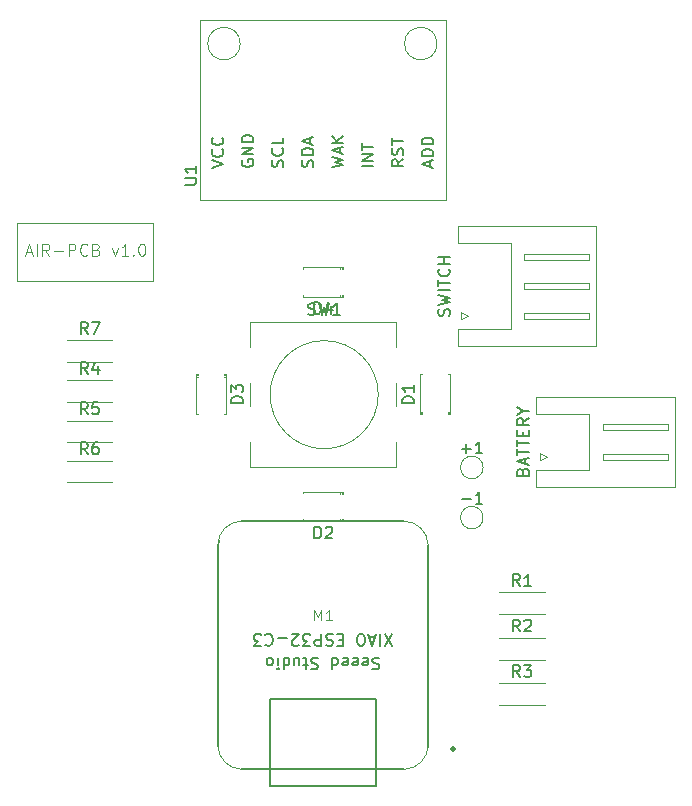
<source format=gbr>
%TF.GenerationSoftware,KiCad,Pcbnew,8.0.3-8.0.3-0~ubuntu22.04.1*%
%TF.CreationDate,2024-06-11T22:30:15+02:00*%
%TF.ProjectId,Air_PCB,4169725f-5043-4422-9e6b-696361645f70,rev?*%
%TF.SameCoordinates,Original*%
%TF.FileFunction,Legend,Top*%
%TF.FilePolarity,Positive*%
%FSLAX46Y46*%
G04 Gerber Fmt 4.6, Leading zero omitted, Abs format (unit mm)*
G04 Created by KiCad (PCBNEW 8.0.3-8.0.3-0~ubuntu22.04.1) date 2024-06-11 22:30:15*
%MOMM*%
%LPD*%
G01*
G04 APERTURE LIST*
%ADD10C,0.100000*%
%ADD11C,0.150000*%
%ADD12C,0.101600*%
%ADD13C,0.120000*%
%ADD14C,0.025400*%
%ADD15C,0.254000*%
%ADD16C,0.127000*%
G04 APERTURE END LIST*
D10*
X114856265Y-107986704D02*
X115332455Y-107986704D01*
X114761027Y-108272419D02*
X115094360Y-107272419D01*
X115094360Y-107272419D02*
X115427693Y-108272419D01*
X115761027Y-108272419D02*
X115761027Y-107272419D01*
X116808645Y-108272419D02*
X116475312Y-107796228D01*
X116237217Y-108272419D02*
X116237217Y-107272419D01*
X116237217Y-107272419D02*
X116618169Y-107272419D01*
X116618169Y-107272419D02*
X116713407Y-107320038D01*
X116713407Y-107320038D02*
X116761026Y-107367657D01*
X116761026Y-107367657D02*
X116808645Y-107462895D01*
X116808645Y-107462895D02*
X116808645Y-107605752D01*
X116808645Y-107605752D02*
X116761026Y-107700990D01*
X116761026Y-107700990D02*
X116713407Y-107748609D01*
X116713407Y-107748609D02*
X116618169Y-107796228D01*
X116618169Y-107796228D02*
X116237217Y-107796228D01*
X117237217Y-107891466D02*
X117999122Y-107891466D01*
X118475312Y-108272419D02*
X118475312Y-107272419D01*
X118475312Y-107272419D02*
X118856264Y-107272419D01*
X118856264Y-107272419D02*
X118951502Y-107320038D01*
X118951502Y-107320038D02*
X118999121Y-107367657D01*
X118999121Y-107367657D02*
X119046740Y-107462895D01*
X119046740Y-107462895D02*
X119046740Y-107605752D01*
X119046740Y-107605752D02*
X118999121Y-107700990D01*
X118999121Y-107700990D02*
X118951502Y-107748609D01*
X118951502Y-107748609D02*
X118856264Y-107796228D01*
X118856264Y-107796228D02*
X118475312Y-107796228D01*
X120046740Y-108177180D02*
X119999121Y-108224800D01*
X119999121Y-108224800D02*
X119856264Y-108272419D01*
X119856264Y-108272419D02*
X119761026Y-108272419D01*
X119761026Y-108272419D02*
X119618169Y-108224800D01*
X119618169Y-108224800D02*
X119522931Y-108129561D01*
X119522931Y-108129561D02*
X119475312Y-108034323D01*
X119475312Y-108034323D02*
X119427693Y-107843847D01*
X119427693Y-107843847D02*
X119427693Y-107700990D01*
X119427693Y-107700990D02*
X119475312Y-107510514D01*
X119475312Y-107510514D02*
X119522931Y-107415276D01*
X119522931Y-107415276D02*
X119618169Y-107320038D01*
X119618169Y-107320038D02*
X119761026Y-107272419D01*
X119761026Y-107272419D02*
X119856264Y-107272419D01*
X119856264Y-107272419D02*
X119999121Y-107320038D01*
X119999121Y-107320038D02*
X120046740Y-107367657D01*
X120808645Y-107748609D02*
X120951502Y-107796228D01*
X120951502Y-107796228D02*
X120999121Y-107843847D01*
X120999121Y-107843847D02*
X121046740Y-107939085D01*
X121046740Y-107939085D02*
X121046740Y-108081942D01*
X121046740Y-108081942D02*
X120999121Y-108177180D01*
X120999121Y-108177180D02*
X120951502Y-108224800D01*
X120951502Y-108224800D02*
X120856264Y-108272419D01*
X120856264Y-108272419D02*
X120475312Y-108272419D01*
X120475312Y-108272419D02*
X120475312Y-107272419D01*
X120475312Y-107272419D02*
X120808645Y-107272419D01*
X120808645Y-107272419D02*
X120903883Y-107320038D01*
X120903883Y-107320038D02*
X120951502Y-107367657D01*
X120951502Y-107367657D02*
X120999121Y-107462895D01*
X120999121Y-107462895D02*
X120999121Y-107558133D01*
X120999121Y-107558133D02*
X120951502Y-107653371D01*
X120951502Y-107653371D02*
X120903883Y-107700990D01*
X120903883Y-107700990D02*
X120808645Y-107748609D01*
X120808645Y-107748609D02*
X120475312Y-107748609D01*
X122141979Y-107605752D02*
X122380074Y-108272419D01*
X122380074Y-108272419D02*
X122618169Y-107605752D01*
X123522931Y-108272419D02*
X122951503Y-108272419D01*
X123237217Y-108272419D02*
X123237217Y-107272419D01*
X123237217Y-107272419D02*
X123141979Y-107415276D01*
X123141979Y-107415276D02*
X123046741Y-107510514D01*
X123046741Y-107510514D02*
X122951503Y-107558133D01*
X123951503Y-108177180D02*
X123999122Y-108224800D01*
X123999122Y-108224800D02*
X123951503Y-108272419D01*
X123951503Y-108272419D02*
X123903884Y-108224800D01*
X123903884Y-108224800D02*
X123951503Y-108177180D01*
X123951503Y-108177180D02*
X123951503Y-108272419D01*
X124618169Y-107272419D02*
X124713407Y-107272419D01*
X124713407Y-107272419D02*
X124808645Y-107320038D01*
X124808645Y-107320038D02*
X124856264Y-107367657D01*
X124856264Y-107367657D02*
X124903883Y-107462895D01*
X124903883Y-107462895D02*
X124951502Y-107653371D01*
X124951502Y-107653371D02*
X124951502Y-107891466D01*
X124951502Y-107891466D02*
X124903883Y-108081942D01*
X124903883Y-108081942D02*
X124856264Y-108177180D01*
X124856264Y-108177180D02*
X124808645Y-108224800D01*
X124808645Y-108224800D02*
X124713407Y-108272419D01*
X124713407Y-108272419D02*
X124618169Y-108272419D01*
X124618169Y-108272419D02*
X124522931Y-108224800D01*
X124522931Y-108224800D02*
X124475312Y-108177180D01*
X124475312Y-108177180D02*
X124427693Y-108081942D01*
X124427693Y-108081942D02*
X124380074Y-107891466D01*
X124380074Y-107891466D02*
X124380074Y-107653371D01*
X124380074Y-107653371D02*
X124427693Y-107462895D01*
X124427693Y-107462895D02*
X124475312Y-107367657D01*
X124475312Y-107367657D02*
X124522931Y-107320038D01*
X124522931Y-107320038D02*
X124618169Y-107272419D01*
X114100000Y-105500000D02*
X125600000Y-105500000D01*
X125600000Y-110400000D01*
X114100000Y-110400000D01*
X114100000Y-105500000D01*
D11*
X138766667Y-113247200D02*
X138909524Y-113294819D01*
X138909524Y-113294819D02*
X139147619Y-113294819D01*
X139147619Y-113294819D02*
X139242857Y-113247200D01*
X139242857Y-113247200D02*
X139290476Y-113199580D01*
X139290476Y-113199580D02*
X139338095Y-113104342D01*
X139338095Y-113104342D02*
X139338095Y-113009104D01*
X139338095Y-113009104D02*
X139290476Y-112913866D01*
X139290476Y-112913866D02*
X139242857Y-112866247D01*
X139242857Y-112866247D02*
X139147619Y-112818628D01*
X139147619Y-112818628D02*
X138957143Y-112771009D01*
X138957143Y-112771009D02*
X138861905Y-112723390D01*
X138861905Y-112723390D02*
X138814286Y-112675771D01*
X138814286Y-112675771D02*
X138766667Y-112580533D01*
X138766667Y-112580533D02*
X138766667Y-112485295D01*
X138766667Y-112485295D02*
X138814286Y-112390057D01*
X138814286Y-112390057D02*
X138861905Y-112342438D01*
X138861905Y-112342438D02*
X138957143Y-112294819D01*
X138957143Y-112294819D02*
X139195238Y-112294819D01*
X139195238Y-112294819D02*
X139338095Y-112342438D01*
X139671429Y-112294819D02*
X139909524Y-113294819D01*
X139909524Y-113294819D02*
X140100000Y-112580533D01*
X140100000Y-112580533D02*
X140290476Y-113294819D01*
X140290476Y-113294819D02*
X140528572Y-112294819D01*
X141433333Y-113294819D02*
X140861905Y-113294819D01*
X141147619Y-113294819D02*
X141147619Y-112294819D01*
X141147619Y-112294819D02*
X141052381Y-112437676D01*
X141052381Y-112437676D02*
X140957143Y-112532914D01*
X140957143Y-112532914D02*
X140861905Y-112580533D01*
X120083333Y-125084819D02*
X119750000Y-124608628D01*
X119511905Y-125084819D02*
X119511905Y-124084819D01*
X119511905Y-124084819D02*
X119892857Y-124084819D01*
X119892857Y-124084819D02*
X119988095Y-124132438D01*
X119988095Y-124132438D02*
X120035714Y-124180057D01*
X120035714Y-124180057D02*
X120083333Y-124275295D01*
X120083333Y-124275295D02*
X120083333Y-124418152D01*
X120083333Y-124418152D02*
X120035714Y-124513390D01*
X120035714Y-124513390D02*
X119988095Y-124561009D01*
X119988095Y-124561009D02*
X119892857Y-124608628D01*
X119892857Y-124608628D02*
X119511905Y-124608628D01*
X120940476Y-124084819D02*
X120750000Y-124084819D01*
X120750000Y-124084819D02*
X120654762Y-124132438D01*
X120654762Y-124132438D02*
X120607143Y-124180057D01*
X120607143Y-124180057D02*
X120511905Y-124322914D01*
X120511905Y-124322914D02*
X120464286Y-124513390D01*
X120464286Y-124513390D02*
X120464286Y-124894342D01*
X120464286Y-124894342D02*
X120511905Y-124989580D01*
X120511905Y-124989580D02*
X120559524Y-125037200D01*
X120559524Y-125037200D02*
X120654762Y-125084819D01*
X120654762Y-125084819D02*
X120845238Y-125084819D01*
X120845238Y-125084819D02*
X120940476Y-125037200D01*
X120940476Y-125037200D02*
X120988095Y-124989580D01*
X120988095Y-124989580D02*
X121035714Y-124894342D01*
X121035714Y-124894342D02*
X121035714Y-124656247D01*
X121035714Y-124656247D02*
X120988095Y-124561009D01*
X120988095Y-124561009D02*
X120940476Y-124513390D01*
X120940476Y-124513390D02*
X120845238Y-124465771D01*
X120845238Y-124465771D02*
X120654762Y-124465771D01*
X120654762Y-124465771D02*
X120559524Y-124513390D01*
X120559524Y-124513390D02*
X120511905Y-124561009D01*
X120511905Y-124561009D02*
X120464286Y-124656247D01*
X120083333Y-121684819D02*
X119750000Y-121208628D01*
X119511905Y-121684819D02*
X119511905Y-120684819D01*
X119511905Y-120684819D02*
X119892857Y-120684819D01*
X119892857Y-120684819D02*
X119988095Y-120732438D01*
X119988095Y-120732438D02*
X120035714Y-120780057D01*
X120035714Y-120780057D02*
X120083333Y-120875295D01*
X120083333Y-120875295D02*
X120083333Y-121018152D01*
X120083333Y-121018152D02*
X120035714Y-121113390D01*
X120035714Y-121113390D02*
X119988095Y-121161009D01*
X119988095Y-121161009D02*
X119892857Y-121208628D01*
X119892857Y-121208628D02*
X119511905Y-121208628D01*
X120988095Y-120684819D02*
X120511905Y-120684819D01*
X120511905Y-120684819D02*
X120464286Y-121161009D01*
X120464286Y-121161009D02*
X120511905Y-121113390D01*
X120511905Y-121113390D02*
X120607143Y-121065771D01*
X120607143Y-121065771D02*
X120845238Y-121065771D01*
X120845238Y-121065771D02*
X120940476Y-121113390D01*
X120940476Y-121113390D02*
X120988095Y-121161009D01*
X120988095Y-121161009D02*
X121035714Y-121256247D01*
X121035714Y-121256247D02*
X121035714Y-121494342D01*
X121035714Y-121494342D02*
X120988095Y-121589580D01*
X120988095Y-121589580D02*
X120940476Y-121637200D01*
X120940476Y-121637200D02*
X120845238Y-121684819D01*
X120845238Y-121684819D02*
X120607143Y-121684819D01*
X120607143Y-121684819D02*
X120511905Y-121637200D01*
X120511905Y-121637200D02*
X120464286Y-121589580D01*
X151742857Y-128875866D02*
X152504762Y-128875866D01*
X153504761Y-129256819D02*
X152933333Y-129256819D01*
X153219047Y-129256819D02*
X153219047Y-128256819D01*
X153219047Y-128256819D02*
X153123809Y-128399676D01*
X153123809Y-128399676D02*
X153028571Y-128494914D01*
X153028571Y-128494914D02*
X152933333Y-128542533D01*
X150707200Y-113349999D02*
X150754819Y-113207142D01*
X150754819Y-113207142D02*
X150754819Y-112969047D01*
X150754819Y-112969047D02*
X150707200Y-112873809D01*
X150707200Y-112873809D02*
X150659580Y-112826190D01*
X150659580Y-112826190D02*
X150564342Y-112778571D01*
X150564342Y-112778571D02*
X150469104Y-112778571D01*
X150469104Y-112778571D02*
X150373866Y-112826190D01*
X150373866Y-112826190D02*
X150326247Y-112873809D01*
X150326247Y-112873809D02*
X150278628Y-112969047D01*
X150278628Y-112969047D02*
X150231009Y-113159523D01*
X150231009Y-113159523D02*
X150183390Y-113254761D01*
X150183390Y-113254761D02*
X150135771Y-113302380D01*
X150135771Y-113302380D02*
X150040533Y-113349999D01*
X150040533Y-113349999D02*
X149945295Y-113349999D01*
X149945295Y-113349999D02*
X149850057Y-113302380D01*
X149850057Y-113302380D02*
X149802438Y-113254761D01*
X149802438Y-113254761D02*
X149754819Y-113159523D01*
X149754819Y-113159523D02*
X149754819Y-112921428D01*
X149754819Y-112921428D02*
X149802438Y-112778571D01*
X149754819Y-112445237D02*
X150754819Y-112207142D01*
X150754819Y-112207142D02*
X150040533Y-112016666D01*
X150040533Y-112016666D02*
X150754819Y-111826190D01*
X150754819Y-111826190D02*
X149754819Y-111588095D01*
X150754819Y-111207142D02*
X149754819Y-111207142D01*
X149754819Y-110873809D02*
X149754819Y-110302381D01*
X150754819Y-110588095D02*
X149754819Y-110588095D01*
X150659580Y-109397619D02*
X150707200Y-109445238D01*
X150707200Y-109445238D02*
X150754819Y-109588095D01*
X150754819Y-109588095D02*
X150754819Y-109683333D01*
X150754819Y-109683333D02*
X150707200Y-109826190D01*
X150707200Y-109826190D02*
X150611961Y-109921428D01*
X150611961Y-109921428D02*
X150516723Y-109969047D01*
X150516723Y-109969047D02*
X150326247Y-110016666D01*
X150326247Y-110016666D02*
X150183390Y-110016666D01*
X150183390Y-110016666D02*
X149992914Y-109969047D01*
X149992914Y-109969047D02*
X149897676Y-109921428D01*
X149897676Y-109921428D02*
X149802438Y-109826190D01*
X149802438Y-109826190D02*
X149754819Y-109683333D01*
X149754819Y-109683333D02*
X149754819Y-109588095D01*
X149754819Y-109588095D02*
X149802438Y-109445238D01*
X149802438Y-109445238D02*
X149850057Y-109397619D01*
X150754819Y-108969047D02*
X149754819Y-108969047D01*
X150231009Y-108969047D02*
X150231009Y-108397619D01*
X150754819Y-108397619D02*
X149754819Y-108397619D01*
X120083333Y-114884819D02*
X119750000Y-114408628D01*
X119511905Y-114884819D02*
X119511905Y-113884819D01*
X119511905Y-113884819D02*
X119892857Y-113884819D01*
X119892857Y-113884819D02*
X119988095Y-113932438D01*
X119988095Y-113932438D02*
X120035714Y-113980057D01*
X120035714Y-113980057D02*
X120083333Y-114075295D01*
X120083333Y-114075295D02*
X120083333Y-114218152D01*
X120083333Y-114218152D02*
X120035714Y-114313390D01*
X120035714Y-114313390D02*
X119988095Y-114361009D01*
X119988095Y-114361009D02*
X119892857Y-114408628D01*
X119892857Y-114408628D02*
X119511905Y-114408628D01*
X120416667Y-113884819D02*
X121083333Y-113884819D01*
X121083333Y-113884819D02*
X120654762Y-114884819D01*
X120083333Y-118284819D02*
X119750000Y-117808628D01*
X119511905Y-118284819D02*
X119511905Y-117284819D01*
X119511905Y-117284819D02*
X119892857Y-117284819D01*
X119892857Y-117284819D02*
X119988095Y-117332438D01*
X119988095Y-117332438D02*
X120035714Y-117380057D01*
X120035714Y-117380057D02*
X120083333Y-117475295D01*
X120083333Y-117475295D02*
X120083333Y-117618152D01*
X120083333Y-117618152D02*
X120035714Y-117713390D01*
X120035714Y-117713390D02*
X119988095Y-117761009D01*
X119988095Y-117761009D02*
X119892857Y-117808628D01*
X119892857Y-117808628D02*
X119511905Y-117808628D01*
X120940476Y-117618152D02*
X120940476Y-118284819D01*
X120702381Y-117237200D02*
X120464286Y-117951485D01*
X120464286Y-117951485D02*
X121083333Y-117951485D01*
X133214819Y-120733094D02*
X132214819Y-120733094D01*
X132214819Y-120733094D02*
X132214819Y-120494999D01*
X132214819Y-120494999D02*
X132262438Y-120352142D01*
X132262438Y-120352142D02*
X132357676Y-120256904D01*
X132357676Y-120256904D02*
X132452914Y-120209285D01*
X132452914Y-120209285D02*
X132643390Y-120161666D01*
X132643390Y-120161666D02*
X132786247Y-120161666D01*
X132786247Y-120161666D02*
X132976723Y-120209285D01*
X132976723Y-120209285D02*
X133071961Y-120256904D01*
X133071961Y-120256904D02*
X133167200Y-120352142D01*
X133167200Y-120352142D02*
X133214819Y-120494999D01*
X133214819Y-120494999D02*
X133214819Y-120733094D01*
X132214819Y-119828332D02*
X132214819Y-119209285D01*
X132214819Y-119209285D02*
X132595771Y-119542618D01*
X132595771Y-119542618D02*
X132595771Y-119399761D01*
X132595771Y-119399761D02*
X132643390Y-119304523D01*
X132643390Y-119304523D02*
X132691009Y-119256904D01*
X132691009Y-119256904D02*
X132786247Y-119209285D01*
X132786247Y-119209285D02*
X133024342Y-119209285D01*
X133024342Y-119209285D02*
X133119580Y-119256904D01*
X133119580Y-119256904D02*
X133167200Y-119304523D01*
X133167200Y-119304523D02*
X133214819Y-119399761D01*
X133214819Y-119399761D02*
X133214819Y-119685475D01*
X133214819Y-119685475D02*
X133167200Y-119780713D01*
X133167200Y-119780713D02*
X133119580Y-119828332D01*
X156673333Y-136234819D02*
X156340000Y-135758628D01*
X156101905Y-136234819D02*
X156101905Y-135234819D01*
X156101905Y-135234819D02*
X156482857Y-135234819D01*
X156482857Y-135234819D02*
X156578095Y-135282438D01*
X156578095Y-135282438D02*
X156625714Y-135330057D01*
X156625714Y-135330057D02*
X156673333Y-135425295D01*
X156673333Y-135425295D02*
X156673333Y-135568152D01*
X156673333Y-135568152D02*
X156625714Y-135663390D01*
X156625714Y-135663390D02*
X156578095Y-135711009D01*
X156578095Y-135711009D02*
X156482857Y-135758628D01*
X156482857Y-135758628D02*
X156101905Y-135758628D01*
X157625714Y-136234819D02*
X157054286Y-136234819D01*
X157340000Y-136234819D02*
X157340000Y-135234819D01*
X157340000Y-135234819D02*
X157244762Y-135377676D01*
X157244762Y-135377676D02*
X157149524Y-135472914D01*
X157149524Y-135472914D02*
X157054286Y-135520533D01*
X156673333Y-140084819D02*
X156340000Y-139608628D01*
X156101905Y-140084819D02*
X156101905Y-139084819D01*
X156101905Y-139084819D02*
X156482857Y-139084819D01*
X156482857Y-139084819D02*
X156578095Y-139132438D01*
X156578095Y-139132438D02*
X156625714Y-139180057D01*
X156625714Y-139180057D02*
X156673333Y-139275295D01*
X156673333Y-139275295D02*
X156673333Y-139418152D01*
X156673333Y-139418152D02*
X156625714Y-139513390D01*
X156625714Y-139513390D02*
X156578095Y-139561009D01*
X156578095Y-139561009D02*
X156482857Y-139608628D01*
X156482857Y-139608628D02*
X156101905Y-139608628D01*
X157054286Y-139180057D02*
X157101905Y-139132438D01*
X157101905Y-139132438D02*
X157197143Y-139084819D01*
X157197143Y-139084819D02*
X157435238Y-139084819D01*
X157435238Y-139084819D02*
X157530476Y-139132438D01*
X157530476Y-139132438D02*
X157578095Y-139180057D01*
X157578095Y-139180057D02*
X157625714Y-139275295D01*
X157625714Y-139275295D02*
X157625714Y-139370533D01*
X157625714Y-139370533D02*
X157578095Y-139513390D01*
X157578095Y-139513390D02*
X157006667Y-140084819D01*
X157006667Y-140084819D02*
X157625714Y-140084819D01*
X128278819Y-102249904D02*
X129088342Y-102249904D01*
X129088342Y-102249904D02*
X129183580Y-102202285D01*
X129183580Y-102202285D02*
X129231200Y-102154666D01*
X129231200Y-102154666D02*
X129278819Y-102059428D01*
X129278819Y-102059428D02*
X129278819Y-101868952D01*
X129278819Y-101868952D02*
X129231200Y-101773714D01*
X129231200Y-101773714D02*
X129183580Y-101726095D01*
X129183580Y-101726095D02*
X129088342Y-101678476D01*
X129088342Y-101678476D02*
X128278819Y-101678476D01*
X129278819Y-100678476D02*
X129278819Y-101249904D01*
X129278819Y-100964190D02*
X128278819Y-100964190D01*
X128278819Y-100964190D02*
X128421676Y-101059428D01*
X128421676Y-101059428D02*
X128516914Y-101154666D01*
X128516914Y-101154666D02*
X128564533Y-101249904D01*
X130564819Y-100836951D02*
X131564819Y-100503618D01*
X131564819Y-100503618D02*
X130564819Y-100170285D01*
X131469580Y-99265523D02*
X131517200Y-99313142D01*
X131517200Y-99313142D02*
X131564819Y-99455999D01*
X131564819Y-99455999D02*
X131564819Y-99551237D01*
X131564819Y-99551237D02*
X131517200Y-99694094D01*
X131517200Y-99694094D02*
X131421961Y-99789332D01*
X131421961Y-99789332D02*
X131326723Y-99836951D01*
X131326723Y-99836951D02*
X131136247Y-99884570D01*
X131136247Y-99884570D02*
X130993390Y-99884570D01*
X130993390Y-99884570D02*
X130802914Y-99836951D01*
X130802914Y-99836951D02*
X130707676Y-99789332D01*
X130707676Y-99789332D02*
X130612438Y-99694094D01*
X130612438Y-99694094D02*
X130564819Y-99551237D01*
X130564819Y-99551237D02*
X130564819Y-99455999D01*
X130564819Y-99455999D02*
X130612438Y-99313142D01*
X130612438Y-99313142D02*
X130660057Y-99265523D01*
X131469580Y-98265523D02*
X131517200Y-98313142D01*
X131517200Y-98313142D02*
X131564819Y-98455999D01*
X131564819Y-98455999D02*
X131564819Y-98551237D01*
X131564819Y-98551237D02*
X131517200Y-98694094D01*
X131517200Y-98694094D02*
X131421961Y-98789332D01*
X131421961Y-98789332D02*
X131326723Y-98836951D01*
X131326723Y-98836951D02*
X131136247Y-98884570D01*
X131136247Y-98884570D02*
X130993390Y-98884570D01*
X130993390Y-98884570D02*
X130802914Y-98836951D01*
X130802914Y-98836951D02*
X130707676Y-98789332D01*
X130707676Y-98789332D02*
X130612438Y-98694094D01*
X130612438Y-98694094D02*
X130564819Y-98551237D01*
X130564819Y-98551237D02*
X130564819Y-98455999D01*
X130564819Y-98455999D02*
X130612438Y-98313142D01*
X130612438Y-98313142D02*
X130660057Y-98265523D01*
X139137200Y-100741713D02*
X139184819Y-100598856D01*
X139184819Y-100598856D02*
X139184819Y-100360761D01*
X139184819Y-100360761D02*
X139137200Y-100265523D01*
X139137200Y-100265523D02*
X139089580Y-100217904D01*
X139089580Y-100217904D02*
X138994342Y-100170285D01*
X138994342Y-100170285D02*
X138899104Y-100170285D01*
X138899104Y-100170285D02*
X138803866Y-100217904D01*
X138803866Y-100217904D02*
X138756247Y-100265523D01*
X138756247Y-100265523D02*
X138708628Y-100360761D01*
X138708628Y-100360761D02*
X138661009Y-100551237D01*
X138661009Y-100551237D02*
X138613390Y-100646475D01*
X138613390Y-100646475D02*
X138565771Y-100694094D01*
X138565771Y-100694094D02*
X138470533Y-100741713D01*
X138470533Y-100741713D02*
X138375295Y-100741713D01*
X138375295Y-100741713D02*
X138280057Y-100694094D01*
X138280057Y-100694094D02*
X138232438Y-100646475D01*
X138232438Y-100646475D02*
X138184819Y-100551237D01*
X138184819Y-100551237D02*
X138184819Y-100313142D01*
X138184819Y-100313142D02*
X138232438Y-100170285D01*
X139184819Y-99741713D02*
X138184819Y-99741713D01*
X138184819Y-99741713D02*
X138184819Y-99503618D01*
X138184819Y-99503618D02*
X138232438Y-99360761D01*
X138232438Y-99360761D02*
X138327676Y-99265523D01*
X138327676Y-99265523D02*
X138422914Y-99217904D01*
X138422914Y-99217904D02*
X138613390Y-99170285D01*
X138613390Y-99170285D02*
X138756247Y-99170285D01*
X138756247Y-99170285D02*
X138946723Y-99217904D01*
X138946723Y-99217904D02*
X139041961Y-99265523D01*
X139041961Y-99265523D02*
X139137200Y-99360761D01*
X139137200Y-99360761D02*
X139184819Y-99503618D01*
X139184819Y-99503618D02*
X139184819Y-99741713D01*
X138899104Y-98789332D02*
X138899104Y-98313142D01*
X139184819Y-98884570D02*
X138184819Y-98551237D01*
X138184819Y-98551237D02*
X139184819Y-98217904D01*
X146804819Y-100122666D02*
X146328628Y-100455999D01*
X146804819Y-100694094D02*
X145804819Y-100694094D01*
X145804819Y-100694094D02*
X145804819Y-100313142D01*
X145804819Y-100313142D02*
X145852438Y-100217904D01*
X145852438Y-100217904D02*
X145900057Y-100170285D01*
X145900057Y-100170285D02*
X145995295Y-100122666D01*
X145995295Y-100122666D02*
X146138152Y-100122666D01*
X146138152Y-100122666D02*
X146233390Y-100170285D01*
X146233390Y-100170285D02*
X146281009Y-100217904D01*
X146281009Y-100217904D02*
X146328628Y-100313142D01*
X146328628Y-100313142D02*
X146328628Y-100694094D01*
X146757200Y-99741713D02*
X146804819Y-99598856D01*
X146804819Y-99598856D02*
X146804819Y-99360761D01*
X146804819Y-99360761D02*
X146757200Y-99265523D01*
X146757200Y-99265523D02*
X146709580Y-99217904D01*
X146709580Y-99217904D02*
X146614342Y-99170285D01*
X146614342Y-99170285D02*
X146519104Y-99170285D01*
X146519104Y-99170285D02*
X146423866Y-99217904D01*
X146423866Y-99217904D02*
X146376247Y-99265523D01*
X146376247Y-99265523D02*
X146328628Y-99360761D01*
X146328628Y-99360761D02*
X146281009Y-99551237D01*
X146281009Y-99551237D02*
X146233390Y-99646475D01*
X146233390Y-99646475D02*
X146185771Y-99694094D01*
X146185771Y-99694094D02*
X146090533Y-99741713D01*
X146090533Y-99741713D02*
X145995295Y-99741713D01*
X145995295Y-99741713D02*
X145900057Y-99694094D01*
X145900057Y-99694094D02*
X145852438Y-99646475D01*
X145852438Y-99646475D02*
X145804819Y-99551237D01*
X145804819Y-99551237D02*
X145804819Y-99313142D01*
X145804819Y-99313142D02*
X145852438Y-99170285D01*
X145804819Y-98884570D02*
X145804819Y-98313142D01*
X146804819Y-98598856D02*
X145804819Y-98598856D01*
X140724819Y-100789332D02*
X141724819Y-100551237D01*
X141724819Y-100551237D02*
X141010533Y-100360761D01*
X141010533Y-100360761D02*
X141724819Y-100170285D01*
X141724819Y-100170285D02*
X140724819Y-99932190D01*
X141439104Y-99598856D02*
X141439104Y-99122666D01*
X141724819Y-99694094D02*
X140724819Y-99360761D01*
X140724819Y-99360761D02*
X141724819Y-99027428D01*
X141724819Y-98694094D02*
X140724819Y-98694094D01*
X141724819Y-98122666D02*
X141153390Y-98551237D01*
X140724819Y-98122666D02*
X141296247Y-98694094D01*
X149059104Y-100741713D02*
X149059104Y-100265523D01*
X149344819Y-100836951D02*
X148344819Y-100503618D01*
X148344819Y-100503618D02*
X149344819Y-100170285D01*
X149344819Y-99836951D02*
X148344819Y-99836951D01*
X148344819Y-99836951D02*
X148344819Y-99598856D01*
X148344819Y-99598856D02*
X148392438Y-99455999D01*
X148392438Y-99455999D02*
X148487676Y-99360761D01*
X148487676Y-99360761D02*
X148582914Y-99313142D01*
X148582914Y-99313142D02*
X148773390Y-99265523D01*
X148773390Y-99265523D02*
X148916247Y-99265523D01*
X148916247Y-99265523D02*
X149106723Y-99313142D01*
X149106723Y-99313142D02*
X149201961Y-99360761D01*
X149201961Y-99360761D02*
X149297200Y-99455999D01*
X149297200Y-99455999D02*
X149344819Y-99598856D01*
X149344819Y-99598856D02*
X149344819Y-99836951D01*
X149344819Y-98836951D02*
X148344819Y-98836951D01*
X148344819Y-98836951D02*
X148344819Y-98598856D01*
X148344819Y-98598856D02*
X148392438Y-98455999D01*
X148392438Y-98455999D02*
X148487676Y-98360761D01*
X148487676Y-98360761D02*
X148582914Y-98313142D01*
X148582914Y-98313142D02*
X148773390Y-98265523D01*
X148773390Y-98265523D02*
X148916247Y-98265523D01*
X148916247Y-98265523D02*
X149106723Y-98313142D01*
X149106723Y-98313142D02*
X149201961Y-98360761D01*
X149201961Y-98360761D02*
X149297200Y-98455999D01*
X149297200Y-98455999D02*
X149344819Y-98598856D01*
X149344819Y-98598856D02*
X149344819Y-98836951D01*
X133152438Y-100170285D02*
X133104819Y-100265523D01*
X133104819Y-100265523D02*
X133104819Y-100408380D01*
X133104819Y-100408380D02*
X133152438Y-100551237D01*
X133152438Y-100551237D02*
X133247676Y-100646475D01*
X133247676Y-100646475D02*
X133342914Y-100694094D01*
X133342914Y-100694094D02*
X133533390Y-100741713D01*
X133533390Y-100741713D02*
X133676247Y-100741713D01*
X133676247Y-100741713D02*
X133866723Y-100694094D01*
X133866723Y-100694094D02*
X133961961Y-100646475D01*
X133961961Y-100646475D02*
X134057200Y-100551237D01*
X134057200Y-100551237D02*
X134104819Y-100408380D01*
X134104819Y-100408380D02*
X134104819Y-100313142D01*
X134104819Y-100313142D02*
X134057200Y-100170285D01*
X134057200Y-100170285D02*
X134009580Y-100122666D01*
X134009580Y-100122666D02*
X133676247Y-100122666D01*
X133676247Y-100122666D02*
X133676247Y-100313142D01*
X134104819Y-99694094D02*
X133104819Y-99694094D01*
X133104819Y-99694094D02*
X134104819Y-99122666D01*
X134104819Y-99122666D02*
X133104819Y-99122666D01*
X134104819Y-98646475D02*
X133104819Y-98646475D01*
X133104819Y-98646475D02*
X133104819Y-98408380D01*
X133104819Y-98408380D02*
X133152438Y-98265523D01*
X133152438Y-98265523D02*
X133247676Y-98170285D01*
X133247676Y-98170285D02*
X133342914Y-98122666D01*
X133342914Y-98122666D02*
X133533390Y-98075047D01*
X133533390Y-98075047D02*
X133676247Y-98075047D01*
X133676247Y-98075047D02*
X133866723Y-98122666D01*
X133866723Y-98122666D02*
X133961961Y-98170285D01*
X133961961Y-98170285D02*
X134057200Y-98265523D01*
X134057200Y-98265523D02*
X134104819Y-98408380D01*
X134104819Y-98408380D02*
X134104819Y-98646475D01*
X144264819Y-100694094D02*
X143264819Y-100694094D01*
X144264819Y-100217904D02*
X143264819Y-100217904D01*
X143264819Y-100217904D02*
X144264819Y-99646476D01*
X144264819Y-99646476D02*
X143264819Y-99646476D01*
X143264819Y-99313142D02*
X143264819Y-98741714D01*
X144264819Y-99027428D02*
X143264819Y-99027428D01*
X136597200Y-100741713D02*
X136644819Y-100598856D01*
X136644819Y-100598856D02*
X136644819Y-100360761D01*
X136644819Y-100360761D02*
X136597200Y-100265523D01*
X136597200Y-100265523D02*
X136549580Y-100217904D01*
X136549580Y-100217904D02*
X136454342Y-100170285D01*
X136454342Y-100170285D02*
X136359104Y-100170285D01*
X136359104Y-100170285D02*
X136263866Y-100217904D01*
X136263866Y-100217904D02*
X136216247Y-100265523D01*
X136216247Y-100265523D02*
X136168628Y-100360761D01*
X136168628Y-100360761D02*
X136121009Y-100551237D01*
X136121009Y-100551237D02*
X136073390Y-100646475D01*
X136073390Y-100646475D02*
X136025771Y-100694094D01*
X136025771Y-100694094D02*
X135930533Y-100741713D01*
X135930533Y-100741713D02*
X135835295Y-100741713D01*
X135835295Y-100741713D02*
X135740057Y-100694094D01*
X135740057Y-100694094D02*
X135692438Y-100646475D01*
X135692438Y-100646475D02*
X135644819Y-100551237D01*
X135644819Y-100551237D02*
X135644819Y-100313142D01*
X135644819Y-100313142D02*
X135692438Y-100170285D01*
X136549580Y-99170285D02*
X136597200Y-99217904D01*
X136597200Y-99217904D02*
X136644819Y-99360761D01*
X136644819Y-99360761D02*
X136644819Y-99455999D01*
X136644819Y-99455999D02*
X136597200Y-99598856D01*
X136597200Y-99598856D02*
X136501961Y-99694094D01*
X136501961Y-99694094D02*
X136406723Y-99741713D01*
X136406723Y-99741713D02*
X136216247Y-99789332D01*
X136216247Y-99789332D02*
X136073390Y-99789332D01*
X136073390Y-99789332D02*
X135882914Y-99741713D01*
X135882914Y-99741713D02*
X135787676Y-99694094D01*
X135787676Y-99694094D02*
X135692438Y-99598856D01*
X135692438Y-99598856D02*
X135644819Y-99455999D01*
X135644819Y-99455999D02*
X135644819Y-99360761D01*
X135644819Y-99360761D02*
X135692438Y-99217904D01*
X135692438Y-99217904D02*
X135740057Y-99170285D01*
X136644819Y-98265523D02*
X136644819Y-98741713D01*
X136644819Y-98741713D02*
X135644819Y-98741713D01*
D12*
X139280333Y-139115985D02*
X139280333Y-138226985D01*
X139280333Y-138226985D02*
X139576667Y-138861985D01*
X139576667Y-138861985D02*
X139873000Y-138226985D01*
X139873000Y-138226985D02*
X139873000Y-139115985D01*
X140762000Y-139115985D02*
X140254000Y-139115985D01*
X140508000Y-139115985D02*
X140508000Y-138226985D01*
X140508000Y-138226985D02*
X140423333Y-138353985D01*
X140423333Y-138353985D02*
X140338667Y-138438652D01*
X140338667Y-138438652D02*
X140254000Y-138480985D01*
D11*
X145880951Y-141295180D02*
X145214285Y-140295180D01*
X145214285Y-141295180D02*
X145880951Y-140295180D01*
X144833332Y-140295180D02*
X144833332Y-141295180D01*
X144404761Y-140580895D02*
X143928571Y-140580895D01*
X144499999Y-140295180D02*
X144166666Y-141295180D01*
X144166666Y-141295180D02*
X143833333Y-140295180D01*
X143309523Y-141295180D02*
X143119047Y-141295180D01*
X143119047Y-141295180D02*
X143023809Y-141247561D01*
X143023809Y-141247561D02*
X142928571Y-141152323D01*
X142928571Y-141152323D02*
X142880952Y-140961847D01*
X142880952Y-140961847D02*
X142880952Y-140628514D01*
X142880952Y-140628514D02*
X142928571Y-140438038D01*
X142928571Y-140438038D02*
X143023809Y-140342800D01*
X143023809Y-140342800D02*
X143119047Y-140295180D01*
X143119047Y-140295180D02*
X143309523Y-140295180D01*
X143309523Y-140295180D02*
X143404761Y-140342800D01*
X143404761Y-140342800D02*
X143499999Y-140438038D01*
X143499999Y-140438038D02*
X143547618Y-140628514D01*
X143547618Y-140628514D02*
X143547618Y-140961847D01*
X143547618Y-140961847D02*
X143499999Y-141152323D01*
X143499999Y-141152323D02*
X143404761Y-141247561D01*
X143404761Y-141247561D02*
X143309523Y-141295180D01*
X141690475Y-140818990D02*
X141357142Y-140818990D01*
X141214285Y-140295180D02*
X141690475Y-140295180D01*
X141690475Y-140295180D02*
X141690475Y-141295180D01*
X141690475Y-141295180D02*
X141214285Y-141295180D01*
X140833332Y-140342800D02*
X140690475Y-140295180D01*
X140690475Y-140295180D02*
X140452380Y-140295180D01*
X140452380Y-140295180D02*
X140357142Y-140342800D01*
X140357142Y-140342800D02*
X140309523Y-140390419D01*
X140309523Y-140390419D02*
X140261904Y-140485657D01*
X140261904Y-140485657D02*
X140261904Y-140580895D01*
X140261904Y-140580895D02*
X140309523Y-140676133D01*
X140309523Y-140676133D02*
X140357142Y-140723752D01*
X140357142Y-140723752D02*
X140452380Y-140771371D01*
X140452380Y-140771371D02*
X140642856Y-140818990D01*
X140642856Y-140818990D02*
X140738094Y-140866609D01*
X140738094Y-140866609D02*
X140785713Y-140914228D01*
X140785713Y-140914228D02*
X140833332Y-141009466D01*
X140833332Y-141009466D02*
X140833332Y-141104704D01*
X140833332Y-141104704D02*
X140785713Y-141199942D01*
X140785713Y-141199942D02*
X140738094Y-141247561D01*
X140738094Y-141247561D02*
X140642856Y-141295180D01*
X140642856Y-141295180D02*
X140404761Y-141295180D01*
X140404761Y-141295180D02*
X140261904Y-141247561D01*
X139833332Y-140295180D02*
X139833332Y-141295180D01*
X139833332Y-141295180D02*
X139452380Y-141295180D01*
X139452380Y-141295180D02*
X139357142Y-141247561D01*
X139357142Y-141247561D02*
X139309523Y-141199942D01*
X139309523Y-141199942D02*
X139261904Y-141104704D01*
X139261904Y-141104704D02*
X139261904Y-140961847D01*
X139261904Y-140961847D02*
X139309523Y-140866609D01*
X139309523Y-140866609D02*
X139357142Y-140818990D01*
X139357142Y-140818990D02*
X139452380Y-140771371D01*
X139452380Y-140771371D02*
X139833332Y-140771371D01*
X138928570Y-141295180D02*
X138309523Y-141295180D01*
X138309523Y-141295180D02*
X138642856Y-140914228D01*
X138642856Y-140914228D02*
X138499999Y-140914228D01*
X138499999Y-140914228D02*
X138404761Y-140866609D01*
X138404761Y-140866609D02*
X138357142Y-140818990D01*
X138357142Y-140818990D02*
X138309523Y-140723752D01*
X138309523Y-140723752D02*
X138309523Y-140485657D01*
X138309523Y-140485657D02*
X138357142Y-140390419D01*
X138357142Y-140390419D02*
X138404761Y-140342800D01*
X138404761Y-140342800D02*
X138499999Y-140295180D01*
X138499999Y-140295180D02*
X138785713Y-140295180D01*
X138785713Y-140295180D02*
X138880951Y-140342800D01*
X138880951Y-140342800D02*
X138928570Y-140390419D01*
X137928570Y-141199942D02*
X137880951Y-141247561D01*
X137880951Y-141247561D02*
X137785713Y-141295180D01*
X137785713Y-141295180D02*
X137547618Y-141295180D01*
X137547618Y-141295180D02*
X137452380Y-141247561D01*
X137452380Y-141247561D02*
X137404761Y-141199942D01*
X137404761Y-141199942D02*
X137357142Y-141104704D01*
X137357142Y-141104704D02*
X137357142Y-141009466D01*
X137357142Y-141009466D02*
X137404761Y-140866609D01*
X137404761Y-140866609D02*
X137976189Y-140295180D01*
X137976189Y-140295180D02*
X137357142Y-140295180D01*
X136928570Y-140676133D02*
X136166666Y-140676133D01*
X135119047Y-140390419D02*
X135166666Y-140342800D01*
X135166666Y-140342800D02*
X135309523Y-140295180D01*
X135309523Y-140295180D02*
X135404761Y-140295180D01*
X135404761Y-140295180D02*
X135547618Y-140342800D01*
X135547618Y-140342800D02*
X135642856Y-140438038D01*
X135642856Y-140438038D02*
X135690475Y-140533276D01*
X135690475Y-140533276D02*
X135738094Y-140723752D01*
X135738094Y-140723752D02*
X135738094Y-140866609D01*
X135738094Y-140866609D02*
X135690475Y-141057085D01*
X135690475Y-141057085D02*
X135642856Y-141152323D01*
X135642856Y-141152323D02*
X135547618Y-141247561D01*
X135547618Y-141247561D02*
X135404761Y-141295180D01*
X135404761Y-141295180D02*
X135309523Y-141295180D01*
X135309523Y-141295180D02*
X135166666Y-141247561D01*
X135166666Y-141247561D02*
X135119047Y-141199942D01*
X134785713Y-141295180D02*
X134166666Y-141295180D01*
X134166666Y-141295180D02*
X134499999Y-140914228D01*
X134499999Y-140914228D02*
X134357142Y-140914228D01*
X134357142Y-140914228D02*
X134261904Y-140866609D01*
X134261904Y-140866609D02*
X134214285Y-140818990D01*
X134214285Y-140818990D02*
X134166666Y-140723752D01*
X134166666Y-140723752D02*
X134166666Y-140485657D01*
X134166666Y-140485657D02*
X134214285Y-140390419D01*
X134214285Y-140390419D02*
X134261904Y-140342800D01*
X134261904Y-140342800D02*
X134357142Y-140295180D01*
X134357142Y-140295180D02*
X134642856Y-140295180D01*
X134642856Y-140295180D02*
X134738094Y-140342800D01*
X134738094Y-140342800D02*
X134785713Y-140390419D01*
X144761904Y-142342800D02*
X144619047Y-142295180D01*
X144619047Y-142295180D02*
X144380952Y-142295180D01*
X144380952Y-142295180D02*
X144285714Y-142342800D01*
X144285714Y-142342800D02*
X144238095Y-142390419D01*
X144238095Y-142390419D02*
X144190476Y-142485657D01*
X144190476Y-142485657D02*
X144190476Y-142580895D01*
X144190476Y-142580895D02*
X144238095Y-142676133D01*
X144238095Y-142676133D02*
X144285714Y-142723752D01*
X144285714Y-142723752D02*
X144380952Y-142771371D01*
X144380952Y-142771371D02*
X144571428Y-142818990D01*
X144571428Y-142818990D02*
X144666666Y-142866609D01*
X144666666Y-142866609D02*
X144714285Y-142914228D01*
X144714285Y-142914228D02*
X144761904Y-143009466D01*
X144761904Y-143009466D02*
X144761904Y-143104704D01*
X144761904Y-143104704D02*
X144714285Y-143199942D01*
X144714285Y-143199942D02*
X144666666Y-143247561D01*
X144666666Y-143247561D02*
X144571428Y-143295180D01*
X144571428Y-143295180D02*
X144333333Y-143295180D01*
X144333333Y-143295180D02*
X144190476Y-143247561D01*
X143380952Y-142342800D02*
X143476190Y-142295180D01*
X143476190Y-142295180D02*
X143666666Y-142295180D01*
X143666666Y-142295180D02*
X143761904Y-142342800D01*
X143761904Y-142342800D02*
X143809523Y-142438038D01*
X143809523Y-142438038D02*
X143809523Y-142818990D01*
X143809523Y-142818990D02*
X143761904Y-142914228D01*
X143761904Y-142914228D02*
X143666666Y-142961847D01*
X143666666Y-142961847D02*
X143476190Y-142961847D01*
X143476190Y-142961847D02*
X143380952Y-142914228D01*
X143380952Y-142914228D02*
X143333333Y-142818990D01*
X143333333Y-142818990D02*
X143333333Y-142723752D01*
X143333333Y-142723752D02*
X143809523Y-142628514D01*
X142523809Y-142342800D02*
X142619047Y-142295180D01*
X142619047Y-142295180D02*
X142809523Y-142295180D01*
X142809523Y-142295180D02*
X142904761Y-142342800D01*
X142904761Y-142342800D02*
X142952380Y-142438038D01*
X142952380Y-142438038D02*
X142952380Y-142818990D01*
X142952380Y-142818990D02*
X142904761Y-142914228D01*
X142904761Y-142914228D02*
X142809523Y-142961847D01*
X142809523Y-142961847D02*
X142619047Y-142961847D01*
X142619047Y-142961847D02*
X142523809Y-142914228D01*
X142523809Y-142914228D02*
X142476190Y-142818990D01*
X142476190Y-142818990D02*
X142476190Y-142723752D01*
X142476190Y-142723752D02*
X142952380Y-142628514D01*
X141666666Y-142342800D02*
X141761904Y-142295180D01*
X141761904Y-142295180D02*
X141952380Y-142295180D01*
X141952380Y-142295180D02*
X142047618Y-142342800D01*
X142047618Y-142342800D02*
X142095237Y-142438038D01*
X142095237Y-142438038D02*
X142095237Y-142818990D01*
X142095237Y-142818990D02*
X142047618Y-142914228D01*
X142047618Y-142914228D02*
X141952380Y-142961847D01*
X141952380Y-142961847D02*
X141761904Y-142961847D01*
X141761904Y-142961847D02*
X141666666Y-142914228D01*
X141666666Y-142914228D02*
X141619047Y-142818990D01*
X141619047Y-142818990D02*
X141619047Y-142723752D01*
X141619047Y-142723752D02*
X142095237Y-142628514D01*
X140761904Y-142295180D02*
X140761904Y-143295180D01*
X140761904Y-142342800D02*
X140857142Y-142295180D01*
X140857142Y-142295180D02*
X141047618Y-142295180D01*
X141047618Y-142295180D02*
X141142856Y-142342800D01*
X141142856Y-142342800D02*
X141190475Y-142390419D01*
X141190475Y-142390419D02*
X141238094Y-142485657D01*
X141238094Y-142485657D02*
X141238094Y-142771371D01*
X141238094Y-142771371D02*
X141190475Y-142866609D01*
X141190475Y-142866609D02*
X141142856Y-142914228D01*
X141142856Y-142914228D02*
X141047618Y-142961847D01*
X141047618Y-142961847D02*
X140857142Y-142961847D01*
X140857142Y-142961847D02*
X140761904Y-142914228D01*
X139571427Y-142342800D02*
X139428570Y-142295180D01*
X139428570Y-142295180D02*
X139190475Y-142295180D01*
X139190475Y-142295180D02*
X139095237Y-142342800D01*
X139095237Y-142342800D02*
X139047618Y-142390419D01*
X139047618Y-142390419D02*
X138999999Y-142485657D01*
X138999999Y-142485657D02*
X138999999Y-142580895D01*
X138999999Y-142580895D02*
X139047618Y-142676133D01*
X139047618Y-142676133D02*
X139095237Y-142723752D01*
X139095237Y-142723752D02*
X139190475Y-142771371D01*
X139190475Y-142771371D02*
X139380951Y-142818990D01*
X139380951Y-142818990D02*
X139476189Y-142866609D01*
X139476189Y-142866609D02*
X139523808Y-142914228D01*
X139523808Y-142914228D02*
X139571427Y-143009466D01*
X139571427Y-143009466D02*
X139571427Y-143104704D01*
X139571427Y-143104704D02*
X139523808Y-143199942D01*
X139523808Y-143199942D02*
X139476189Y-143247561D01*
X139476189Y-143247561D02*
X139380951Y-143295180D01*
X139380951Y-143295180D02*
X139142856Y-143295180D01*
X139142856Y-143295180D02*
X138999999Y-143247561D01*
X138714284Y-142961847D02*
X138333332Y-142961847D01*
X138571427Y-143295180D02*
X138571427Y-142438038D01*
X138571427Y-142438038D02*
X138523808Y-142342800D01*
X138523808Y-142342800D02*
X138428570Y-142295180D01*
X138428570Y-142295180D02*
X138333332Y-142295180D01*
X137571427Y-142961847D02*
X137571427Y-142295180D01*
X137999998Y-142961847D02*
X137999998Y-142438038D01*
X137999998Y-142438038D02*
X137952379Y-142342800D01*
X137952379Y-142342800D02*
X137857141Y-142295180D01*
X137857141Y-142295180D02*
X137714284Y-142295180D01*
X137714284Y-142295180D02*
X137619046Y-142342800D01*
X137619046Y-142342800D02*
X137571427Y-142390419D01*
X136666665Y-142295180D02*
X136666665Y-143295180D01*
X136666665Y-142342800D02*
X136761903Y-142295180D01*
X136761903Y-142295180D02*
X136952379Y-142295180D01*
X136952379Y-142295180D02*
X137047617Y-142342800D01*
X137047617Y-142342800D02*
X137095236Y-142390419D01*
X137095236Y-142390419D02*
X137142855Y-142485657D01*
X137142855Y-142485657D02*
X137142855Y-142771371D01*
X137142855Y-142771371D02*
X137095236Y-142866609D01*
X137095236Y-142866609D02*
X137047617Y-142914228D01*
X137047617Y-142914228D02*
X136952379Y-142961847D01*
X136952379Y-142961847D02*
X136761903Y-142961847D01*
X136761903Y-142961847D02*
X136666665Y-142914228D01*
X136190474Y-142295180D02*
X136190474Y-142961847D01*
X136190474Y-143295180D02*
X136238093Y-143247561D01*
X136238093Y-143247561D02*
X136190474Y-143199942D01*
X136190474Y-143199942D02*
X136142855Y-143247561D01*
X136142855Y-143247561D02*
X136190474Y-143295180D01*
X136190474Y-143295180D02*
X136190474Y-143199942D01*
X135571427Y-142295180D02*
X135666665Y-142342800D01*
X135666665Y-142342800D02*
X135714284Y-142390419D01*
X135714284Y-142390419D02*
X135761903Y-142485657D01*
X135761903Y-142485657D02*
X135761903Y-142771371D01*
X135761903Y-142771371D02*
X135714284Y-142866609D01*
X135714284Y-142866609D02*
X135666665Y-142914228D01*
X135666665Y-142914228D02*
X135571427Y-142961847D01*
X135571427Y-142961847D02*
X135428570Y-142961847D01*
X135428570Y-142961847D02*
X135333332Y-142914228D01*
X135333332Y-142914228D02*
X135285713Y-142866609D01*
X135285713Y-142866609D02*
X135238094Y-142771371D01*
X135238094Y-142771371D02*
X135238094Y-142485657D01*
X135238094Y-142485657D02*
X135285713Y-142390419D01*
X135285713Y-142390419D02*
X135333332Y-142342800D01*
X135333332Y-142342800D02*
X135428570Y-142295180D01*
X135428570Y-142295180D02*
X135571427Y-142295180D01*
X139266905Y-113214819D02*
X139266905Y-112214819D01*
X139266905Y-112214819D02*
X139505000Y-112214819D01*
X139505000Y-112214819D02*
X139647857Y-112262438D01*
X139647857Y-112262438D02*
X139743095Y-112357676D01*
X139743095Y-112357676D02*
X139790714Y-112452914D01*
X139790714Y-112452914D02*
X139838333Y-112643390D01*
X139838333Y-112643390D02*
X139838333Y-112786247D01*
X139838333Y-112786247D02*
X139790714Y-112976723D01*
X139790714Y-112976723D02*
X139743095Y-113071961D01*
X139743095Y-113071961D02*
X139647857Y-113167200D01*
X139647857Y-113167200D02*
X139505000Y-113214819D01*
X139505000Y-113214819D02*
X139266905Y-113214819D01*
X140695476Y-112548152D02*
X140695476Y-113214819D01*
X140457381Y-112167200D02*
X140219286Y-112881485D01*
X140219286Y-112881485D02*
X140838333Y-112881485D01*
X156906009Y-126550000D02*
X156953628Y-126407143D01*
X156953628Y-126407143D02*
X157001247Y-126359524D01*
X157001247Y-126359524D02*
X157096485Y-126311905D01*
X157096485Y-126311905D02*
X157239342Y-126311905D01*
X157239342Y-126311905D02*
X157334580Y-126359524D01*
X157334580Y-126359524D02*
X157382200Y-126407143D01*
X157382200Y-126407143D02*
X157429819Y-126502381D01*
X157429819Y-126502381D02*
X157429819Y-126883333D01*
X157429819Y-126883333D02*
X156429819Y-126883333D01*
X156429819Y-126883333D02*
X156429819Y-126550000D01*
X156429819Y-126550000D02*
X156477438Y-126454762D01*
X156477438Y-126454762D02*
X156525057Y-126407143D01*
X156525057Y-126407143D02*
X156620295Y-126359524D01*
X156620295Y-126359524D02*
X156715533Y-126359524D01*
X156715533Y-126359524D02*
X156810771Y-126407143D01*
X156810771Y-126407143D02*
X156858390Y-126454762D01*
X156858390Y-126454762D02*
X156906009Y-126550000D01*
X156906009Y-126550000D02*
X156906009Y-126883333D01*
X157144104Y-125930952D02*
X157144104Y-125454762D01*
X157429819Y-126026190D02*
X156429819Y-125692857D01*
X156429819Y-125692857D02*
X157429819Y-125359524D01*
X156429819Y-125169047D02*
X156429819Y-124597619D01*
X157429819Y-124883333D02*
X156429819Y-124883333D01*
X156429819Y-124407142D02*
X156429819Y-123835714D01*
X157429819Y-124121428D02*
X156429819Y-124121428D01*
X156906009Y-123502380D02*
X156906009Y-123169047D01*
X157429819Y-123026190D02*
X157429819Y-123502380D01*
X157429819Y-123502380D02*
X156429819Y-123502380D01*
X156429819Y-123502380D02*
X156429819Y-123026190D01*
X157429819Y-122026190D02*
X156953628Y-122359523D01*
X157429819Y-122597618D02*
X156429819Y-122597618D01*
X156429819Y-122597618D02*
X156429819Y-122216666D01*
X156429819Y-122216666D02*
X156477438Y-122121428D01*
X156477438Y-122121428D02*
X156525057Y-122073809D01*
X156525057Y-122073809D02*
X156620295Y-122026190D01*
X156620295Y-122026190D02*
X156763152Y-122026190D01*
X156763152Y-122026190D02*
X156858390Y-122073809D01*
X156858390Y-122073809D02*
X156906009Y-122121428D01*
X156906009Y-122121428D02*
X156953628Y-122216666D01*
X156953628Y-122216666D02*
X156953628Y-122597618D01*
X156953628Y-121407142D02*
X157429819Y-121407142D01*
X156429819Y-121740475D02*
X156953628Y-121407142D01*
X156953628Y-121407142D02*
X156429819Y-121073809D01*
X139266905Y-132214819D02*
X139266905Y-131214819D01*
X139266905Y-131214819D02*
X139505000Y-131214819D01*
X139505000Y-131214819D02*
X139647857Y-131262438D01*
X139647857Y-131262438D02*
X139743095Y-131357676D01*
X139743095Y-131357676D02*
X139790714Y-131452914D01*
X139790714Y-131452914D02*
X139838333Y-131643390D01*
X139838333Y-131643390D02*
X139838333Y-131786247D01*
X139838333Y-131786247D02*
X139790714Y-131976723D01*
X139790714Y-131976723D02*
X139743095Y-132071961D01*
X139743095Y-132071961D02*
X139647857Y-132167200D01*
X139647857Y-132167200D02*
X139505000Y-132214819D01*
X139505000Y-132214819D02*
X139266905Y-132214819D01*
X140219286Y-131310057D02*
X140266905Y-131262438D01*
X140266905Y-131262438D02*
X140362143Y-131214819D01*
X140362143Y-131214819D02*
X140600238Y-131214819D01*
X140600238Y-131214819D02*
X140695476Y-131262438D01*
X140695476Y-131262438D02*
X140743095Y-131310057D01*
X140743095Y-131310057D02*
X140790714Y-131405295D01*
X140790714Y-131405295D02*
X140790714Y-131500533D01*
X140790714Y-131500533D02*
X140743095Y-131643390D01*
X140743095Y-131643390D02*
X140171667Y-132214819D01*
X140171667Y-132214819D02*
X140790714Y-132214819D01*
X147694819Y-120743094D02*
X146694819Y-120743094D01*
X146694819Y-120743094D02*
X146694819Y-120504999D01*
X146694819Y-120504999D02*
X146742438Y-120362142D01*
X146742438Y-120362142D02*
X146837676Y-120266904D01*
X146837676Y-120266904D02*
X146932914Y-120219285D01*
X146932914Y-120219285D02*
X147123390Y-120171666D01*
X147123390Y-120171666D02*
X147266247Y-120171666D01*
X147266247Y-120171666D02*
X147456723Y-120219285D01*
X147456723Y-120219285D02*
X147551961Y-120266904D01*
X147551961Y-120266904D02*
X147647200Y-120362142D01*
X147647200Y-120362142D02*
X147694819Y-120504999D01*
X147694819Y-120504999D02*
X147694819Y-120743094D01*
X147694819Y-119219285D02*
X147694819Y-119790713D01*
X147694819Y-119504999D02*
X146694819Y-119504999D01*
X146694819Y-119504999D02*
X146837676Y-119600237D01*
X146837676Y-119600237D02*
X146932914Y-119695475D01*
X146932914Y-119695475D02*
X146980533Y-119790713D01*
X151742857Y-124625866D02*
X152504762Y-124625866D01*
X152123809Y-125006819D02*
X152123809Y-124244914D01*
X153504761Y-125006819D02*
X152933333Y-125006819D01*
X153219047Y-125006819D02*
X153219047Y-124006819D01*
X153219047Y-124006819D02*
X153123809Y-124149676D01*
X153123809Y-124149676D02*
X153028571Y-124244914D01*
X153028571Y-124244914D02*
X152933333Y-124292533D01*
X156673333Y-143934819D02*
X156340000Y-143458628D01*
X156101905Y-143934819D02*
X156101905Y-142934819D01*
X156101905Y-142934819D02*
X156482857Y-142934819D01*
X156482857Y-142934819D02*
X156578095Y-142982438D01*
X156578095Y-142982438D02*
X156625714Y-143030057D01*
X156625714Y-143030057D02*
X156673333Y-143125295D01*
X156673333Y-143125295D02*
X156673333Y-143268152D01*
X156673333Y-143268152D02*
X156625714Y-143363390D01*
X156625714Y-143363390D02*
X156578095Y-143411009D01*
X156578095Y-143411009D02*
X156482857Y-143458628D01*
X156482857Y-143458628D02*
X156101905Y-143458628D01*
X157006667Y-142934819D02*
X157625714Y-142934819D01*
X157625714Y-142934819D02*
X157292381Y-143315771D01*
X157292381Y-143315771D02*
X157435238Y-143315771D01*
X157435238Y-143315771D02*
X157530476Y-143363390D01*
X157530476Y-143363390D02*
X157578095Y-143411009D01*
X157578095Y-143411009D02*
X157625714Y-143506247D01*
X157625714Y-143506247D02*
X157625714Y-143744342D01*
X157625714Y-143744342D02*
X157578095Y-143839580D01*
X157578095Y-143839580D02*
X157530476Y-143887200D01*
X157530476Y-143887200D02*
X157435238Y-143934819D01*
X157435238Y-143934819D02*
X157149524Y-143934819D01*
X157149524Y-143934819D02*
X157054286Y-143887200D01*
X157054286Y-143887200D02*
X157006667Y-143839580D01*
D13*
%TO.C,SW1*%
X133850000Y-113850000D02*
X146150000Y-113850000D01*
X133850000Y-115970000D02*
X133850000Y-113850000D01*
X133850000Y-120970000D02*
X133850000Y-119030000D01*
X133850000Y-126150000D02*
X133850000Y-124030000D01*
X146150000Y-113850000D02*
X146150000Y-115970000D01*
X146150000Y-119030000D02*
X146150000Y-120970000D01*
X146150000Y-124030000D02*
X146150000Y-126150000D01*
X146150000Y-126150000D02*
X133850000Y-126150000D01*
X144679050Y-120040000D02*
G75*
G02*
X135520950Y-120040000I-4579050J0D01*
G01*
X135520950Y-120040000D02*
G75*
G02*
X144679050Y-120040000I4579050J0D01*
G01*
%TO.C,R6*%
X118330000Y-125630000D02*
X122170000Y-125630000D01*
X118330000Y-127470000D02*
X122170000Y-127470000D01*
%TO.C,R5*%
X118330000Y-122230000D02*
X122170000Y-122230000D01*
X118330000Y-124070000D02*
X122170000Y-124070000D01*
%TO.C,-1*%
X153550000Y-130450000D02*
G75*
G02*
X151650000Y-130450000I-950000J0D01*
G01*
X151650000Y-130450000D02*
G75*
G02*
X153550000Y-130450000I950000J0D01*
G01*
%TO.C,SWITCH*%
X151390000Y-105790000D02*
X151390000Y-107210000D01*
X151390000Y-107210000D02*
X155890000Y-107210000D01*
X151390000Y-114490000D02*
X155890000Y-114490000D01*
X151390000Y-115910000D02*
X151390000Y-114490000D01*
X151700000Y-113050000D02*
X152300000Y-113350000D01*
X151700000Y-113650000D02*
X151700000Y-113050000D01*
X152300000Y-113350000D02*
X151700000Y-113650000D01*
X155890000Y-107210000D02*
X155890000Y-110850000D01*
X155890000Y-114490000D02*
X155890000Y-110850000D01*
X157000000Y-108100000D02*
X157000000Y-108600000D01*
X157000000Y-108600000D02*
X162500000Y-108600000D01*
X157000000Y-110600000D02*
X157000000Y-111100000D01*
X157000000Y-111100000D02*
X162500000Y-111100000D01*
X157000000Y-113100000D02*
X157000000Y-113600000D01*
X157000000Y-113600000D02*
X162500000Y-113600000D01*
X162500000Y-108100000D02*
X157000000Y-108100000D01*
X162500000Y-108600000D02*
X162500000Y-108100000D01*
X162500000Y-110600000D02*
X157000000Y-110600000D01*
X162500000Y-111100000D02*
X162500000Y-110600000D01*
X162500000Y-113100000D02*
X157000000Y-113100000D01*
X162500000Y-113600000D02*
X162500000Y-113100000D01*
X163110000Y-105790000D02*
X151390000Y-105790000D01*
X163110000Y-110850000D02*
X163110000Y-105790000D01*
X163110000Y-110850000D02*
X163110000Y-115910000D01*
X163110000Y-115910000D02*
X151390000Y-115910000D01*
%TO.C,R7*%
X118330000Y-115430000D02*
X122170000Y-115430000D01*
X118330000Y-117270000D02*
X122170000Y-117270000D01*
%TO.C,R4*%
X118330000Y-118830000D02*
X122170000Y-118830000D01*
X118330000Y-120670000D02*
X122170000Y-120670000D01*
%TO.C,D3*%
X129240000Y-118285000D02*
X129240000Y-121705000D01*
X129405000Y-121705000D02*
X129240000Y-121705000D01*
X129420000Y-118285000D02*
X129240000Y-118285000D01*
X129420000Y-118405000D02*
X129240000Y-118405000D01*
X129420000Y-118525000D02*
X129240000Y-118525000D01*
X131760000Y-118285000D02*
X131580000Y-118285000D01*
X131760000Y-118285000D02*
X131760000Y-121705000D01*
X131760000Y-118405000D02*
X131580000Y-118405000D01*
X131760000Y-118525000D02*
X131580000Y-118525000D01*
X131760000Y-121705000D02*
X131595000Y-121705000D01*
%TO.C,R1*%
X154920000Y-136780000D02*
X158760000Y-136780000D01*
X154920000Y-138620000D02*
X158760000Y-138620000D01*
%TO.C,R2*%
X154920000Y-140630000D02*
X158760000Y-140630000D01*
X154920000Y-142470000D02*
X158760000Y-142470000D01*
%TO.C,U1*%
X149652000Y-90312000D02*
G75*
G02*
X146904570Y-90312000I-1373715J0D01*
G01*
X146904570Y-90312000D02*
G75*
G02*
X149652000Y-90312000I1373715J0D01*
G01*
X132991715Y-90312000D02*
G75*
G02*
X130244285Y-90312000I-1373715J0D01*
G01*
X130244285Y-90312000D02*
G75*
G02*
X132991715Y-90312000I1373715J0D01*
G01*
X150414000Y-103520000D02*
X129586000Y-103520000D01*
X150414000Y-88280000D02*
X150414000Y-103520000D01*
X129586000Y-103520000D02*
X129586000Y-88280000D01*
X129586000Y-88280000D02*
X150414000Y-88280000D01*
D14*
%TO.C,M1*%
X131110508Y-132728426D02*
X131112287Y-132679150D01*
X131115335Y-132630382D01*
X131119399Y-132581361D01*
X131124732Y-132532593D01*
X131131336Y-132483825D01*
X131138956Y-132435310D01*
X131147847Y-132387050D01*
X131157752Y-132339045D01*
X131110508Y-132728426D01*
X148884667Y-149860473D02*
X148880603Y-149909494D01*
X148887715Y-149811705D01*
X148884667Y-149860473D01*
D15*
X151127000Y-150050000D02*
G75*
G02*
X150873000Y-150050000I-127000J0D01*
G01*
X150873000Y-150050000D02*
G75*
G02*
X151127000Y-150050000I127000J0D01*
G01*
D13*
X148900000Y-149750000D02*
G75*
G02*
X146900000Y-151750000I-2044612J44612D01*
G01*
X146900000Y-130750000D02*
G75*
G02*
X148900000Y-132750000I-44857J-2044857D01*
G01*
X133100000Y-151750000D02*
G75*
G02*
X131100000Y-149750000I44600J2044600D01*
G01*
X131100000Y-132750000D02*
G75*
G02*
X133100000Y-130750000I2000000J0D01*
G01*
D16*
X148900000Y-149750000D02*
X148900000Y-132750000D01*
X146900000Y-130750000D02*
X133100000Y-130750000D01*
X144500000Y-153174030D02*
X135500000Y-153174030D01*
X144500000Y-145820730D02*
X144500000Y-153174030D01*
X135500000Y-153174030D02*
X135500000Y-145820730D01*
X135500000Y-145820730D02*
X144500000Y-145820730D01*
X133100000Y-151749090D02*
X146900000Y-151749090D01*
X131100000Y-132750000D02*
X131100000Y-149750000D01*
D13*
%TO.C,D4*%
X138295000Y-109405000D02*
X138295000Y-109240000D01*
X138295000Y-111760000D02*
X138295000Y-111595000D01*
X141475000Y-109420000D02*
X141475000Y-109240000D01*
X141475000Y-111760000D02*
X141475000Y-111580000D01*
X141595000Y-109420000D02*
X141595000Y-109240000D01*
X141595000Y-111760000D02*
X141595000Y-111580000D01*
X141715000Y-109240000D02*
X138295000Y-109240000D01*
X141715000Y-109420000D02*
X141715000Y-109240000D01*
X141715000Y-111760000D02*
X138295000Y-111760000D01*
X141715000Y-111760000D02*
X141715000Y-111580000D01*
%TO.C,BATTERY*%
X158065000Y-120240000D02*
X158065000Y-121660000D01*
X158065000Y-121660000D02*
X162565000Y-121660000D01*
X158065000Y-126440000D02*
X162565000Y-126440000D01*
X158065000Y-127860000D02*
X158065000Y-126440000D01*
X158375000Y-125000000D02*
X158975000Y-125300000D01*
X158375000Y-125600000D02*
X158375000Y-125000000D01*
X158975000Y-125300000D02*
X158375000Y-125600000D01*
X162565000Y-121660000D02*
X162565000Y-124050000D01*
X162565000Y-126440000D02*
X162565000Y-124050000D01*
X163675000Y-122550000D02*
X163675000Y-123050000D01*
X163675000Y-123050000D02*
X169175000Y-123050000D01*
X163675000Y-125050000D02*
X163675000Y-125550000D01*
X163675000Y-125550000D02*
X169175000Y-125550000D01*
X169175000Y-122550000D02*
X163675000Y-122550000D01*
X169175000Y-123050000D02*
X169175000Y-122550000D01*
X169175000Y-125050000D02*
X163675000Y-125050000D01*
X169175000Y-125550000D02*
X169175000Y-125050000D01*
X169785000Y-120240000D02*
X158065000Y-120240000D01*
X169785000Y-124050000D02*
X169785000Y-120240000D01*
X169785000Y-124050000D02*
X169785000Y-127860000D01*
X169785000Y-127860000D02*
X158065000Y-127860000D01*
%TO.C,D2*%
X138295000Y-128405000D02*
X138295000Y-128240000D01*
X138295000Y-130760000D02*
X138295000Y-130595000D01*
X141475000Y-128420000D02*
X141475000Y-128240000D01*
X141475000Y-130760000D02*
X141475000Y-130580000D01*
X141595000Y-128420000D02*
X141595000Y-128240000D01*
X141595000Y-130760000D02*
X141595000Y-130580000D01*
X141715000Y-128240000D02*
X138295000Y-128240000D01*
X141715000Y-128420000D02*
X141715000Y-128240000D01*
X141715000Y-130760000D02*
X138295000Y-130760000D01*
X141715000Y-130760000D02*
X141715000Y-130580000D01*
%TO.C,D1*%
X148240000Y-118295000D02*
X148405000Y-118295000D01*
X148240000Y-121475000D02*
X148420000Y-121475000D01*
X148240000Y-121595000D02*
X148420000Y-121595000D01*
X148240000Y-121715000D02*
X148240000Y-118295000D01*
X148240000Y-121715000D02*
X148420000Y-121715000D01*
X150580000Y-121475000D02*
X150760000Y-121475000D01*
X150580000Y-121595000D02*
X150760000Y-121595000D01*
X150580000Y-121715000D02*
X150760000Y-121715000D01*
X150595000Y-118295000D02*
X150760000Y-118295000D01*
X150760000Y-121715000D02*
X150760000Y-118295000D01*
%TO.C,+1*%
X153550000Y-126200000D02*
G75*
G02*
X151650000Y-126200000I-950000J0D01*
G01*
X151650000Y-126200000D02*
G75*
G02*
X153550000Y-126200000I950000J0D01*
G01*
%TO.C,R3*%
X154920000Y-144480000D02*
X158760000Y-144480000D01*
X154920000Y-146320000D02*
X158760000Y-146320000D01*
%TD*%
M02*

</source>
